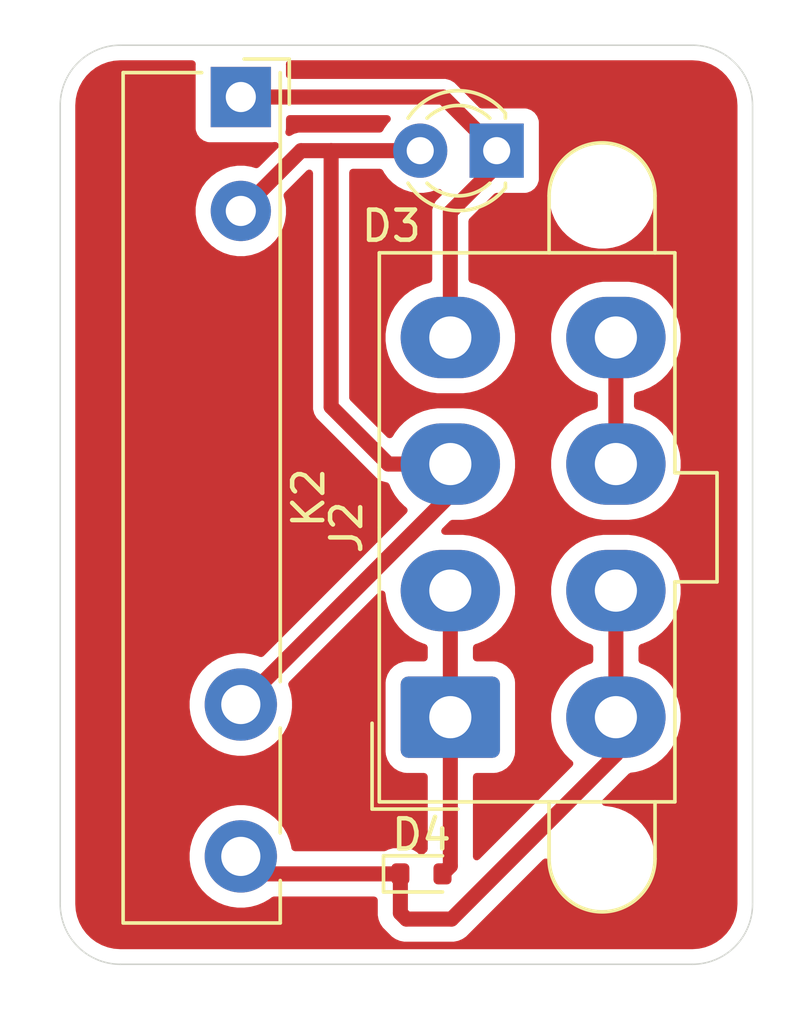
<source format=kicad_pcb>
(kicad_pcb (version 20241229) (generator "pcbnew") (generator_version "9.0")
  (layers (0 "F.Cu" signal) (2 "B.Cu" signal) (13 "F.Paste" user) (15 "B.Paste" user) (5 "F.SilkS" user "F.Silkscreen") (7 "B.SilkS" user "B.Silkscreen") (1 "F.Mask" user) (3 "B.Mask" user) (25 "Edge.Cuts" user))
  (net 0 "")
  (net 1 "Net-(D3-A)")
  (net 2 "Net-(D3-K)")
  (net 3 "Net-(D4-A)")
  (net 4 "Net-(D4-K)")
  (net 5 "Net-(J2-Pin_7)")
  (footprint "Connector_Molex:Molex_Mini-Fit_Jr_5566-08A2_2x04_P4.20mm_Vertical" (layer "F.Cu") (at 150.96 109.8 90)
    (property "Reference" "J2" (at 6.3 -3.45 90) (layer "F.SilkS"))
    (property "Value" "Conn_02x04_Top_Bottom")
    (fp_line (start -0.2 -2.6) (end -3.05 -2.6) (stroke (width 0.12)) (layer "F.SilkS"))
    (fp_line (start -3.05 -2.6) (end -3.05 0.25) (stroke (width 0.12)) (layer "F.SilkS"))
    (fp_line (start 15.41 -2.36) (end 15.41 7.46) (stroke (width 0.12)) (layer "F.SilkS"))
    (fp_line (start 6.3 -2.36) (end 15.41 -2.36) (stroke (width 0.12)) (layer "F.SilkS"))
    (fp_line (start 6.3 -2.36) (end -2.81 -2.36) (stroke (width 0.12)) (layer "F.SilkS"))
    (fp_line (start -2.81 -2.36) (end -2.81 7.46) (stroke (width 0.12)) (layer "F.SilkS"))
    (fp_line (start 17.3 3.28) (end 15.41 3.28) (stroke (width 0.12)) (layer "F.SilkS"))
    (fp_line (start -4.7 3.28) (end -2.81 3.28) (stroke (width 0.12)) (layer "F.SilkS"))
    (fp_line (start 17.3 6.8) (end 15.41 6.8) (stroke (width 0.12)) (layer "F.SilkS"))
    (fp_line (start -4.7 6.8) (end -2.81 6.8) (stroke (width 0.12)) (layer "F.SilkS"))
    (fp_line (start 15.41 7.46) (end 8.11 7.46) (stroke (width 0.12)) (layer "F.SilkS"))
    (fp_line (start 8.11 7.46) (end 8.11 8.86) (stroke (width 0.12)) (layer "F.SilkS"))
    (fp_line (start 4.49 7.46) (end 4.49 8.86) (stroke (width 0.12)) (layer "F.SilkS"))
    (fp_line (start -2.81 7.46) (end 4.49 7.46) (stroke (width 0.12)) (layer "F.SilkS"))
    (fp_line (start 8.11 8.86) (end 6.3 8.86) (stroke (width 0.12)) (layer "F.SilkS"))
    (fp_line (start 4.49 8.86) (end 6.3 8.86) (stroke (width 0.12)) (layer "F.SilkS"))
    (fp_arc (start 17.3 3.28) (mid 19.06 5.04) (end 17.3 6.8) (stroke (width 0.12)) (layer "F.SilkS"))
    (fp_arc (start -4.7 6.8) (mid -6.46 5.04) (end -4.7 3.28) (stroke (width 0.12)) (layer "F.SilkS"))
    (pad "" np_thru_hole circle (at -4.7 5.04 90) (size 3 3) (drill 3) (layers "*.Cu" "*.Mask"))
    (pad "" np_thru_hole circle (at 17.3 5.04 90) (size 3 3) (drill 3) (layers "*.Cu" "*.Mask"))
    (pad "1" thru_hole roundrect (at 0 0 90) (size 2.7 3.3) (drill 1.4) (layers "*.Cu" "*.Mask") (roundrect_rratio 0.092593) (net 3 "Net-(D4-A)"))
    (pad "2" thru_hole oval (at 4.2 0 90) (size 2.7 3.3) (drill 1.4) (layers "*.Cu" "*.Mask") (net 3 "Net-(D4-A)"))
    (pad "3" thru_hole oval (at 8.4 0 90) (size 2.7 3.3) (drill 1.4) (layers "*.Cu" "*.Mask") (net 1 "Net-(D3-A)"))
    (pad "4" thru_hole oval (at 12.6 0 90) (size 2.7 3.3) (drill 1.4) (layers "*.Cu" "*.Mask") (net 2 "Net-(D3-K)"))
    (pad "5" thru_hole oval (at 0 5.5 90) (size 2.7 3.3) (drill 1.4) (layers "*.Cu" "*.Mask") (net 4 "Net-(D4-K)"))
    (pad "6" thru_hole oval (at 4.2 5.5 90) (size 2.7 3.3) (drill 1.4) (layers "*.Cu" "*.Mask") (net 4 "Net-(D4-K)"))
    (pad "7" thru_hole oval (at 8.4 5.5 90) (size 2.7 3.3) (drill 1.4) (layers "*.Cu" "*.Mask") (net 5 "Net-(J2-Pin_7)"))
    (pad "8" thru_hole oval (at 12.6 5.5 90) (size 2.7 3.3) (drill 1.4) (layers "*.Cu" "*.Mask") (net 5 "Net-(J2-Pin_7)"))
  )
  (footprint "LED_THT:LED_D3.0mm" (layer "F.Cu") (at 152.5 91 180)
    (property "Reference" "D3" (at 3.5 -2.5 0) (layer "F.SilkS"))
    (property "Value" "LED")
    (fp_line (start -0.29 1.08) (end -0.29 1.236) (stroke (width 0.12)) (layer "F.SilkS"))
    (fp_line (start -0.29 -1.236) (end -0.29 -1.08) (stroke (width 0.12)) (layer "F.SilkS"))
    (fp_arc (start 2.941437 1.08) (mid 1.36566 1.987699) (end -0.29 1.235516) (stroke (width 0.12)) (layer "F.SilkS"))
    (fp_arc (start 2.310961 1.08) (mid 1.27 1.5) (end 0.229039 1.08) (stroke (width 0.12)) (layer "F.SilkS"))
    (fp_arc (start 0.229039 -1.08) (mid 1.27 -1.5) (end 2.310961 -1.08) (stroke (width 0.12)) (layer "F.SilkS"))
    (fp_arc (start -0.29 -1.235516) (mid 1.36566 -1.987699) (end 2.941437 -1.08) (stroke (width 0.12)) (layer "F.SilkS"))
    (pad "1" thru_hole rect (at 0 0 180) (size 1.8 1.8) (drill 0.9) (layers "*.Cu" "*.Mask") (net 2 "Net-(D3-K)"))
    (pad "2" thru_hole circle (at 2.54 0 180) (size 1.8 1.8) (drill 0.9) (layers "*.Cu" "*.Mask") (net 1 "Net-(D3-A)"))
  )
  (footprint "Relay_THT:Relay_SPST-NO_Fujitsu_FTR-LYAA005x_FormA_Vertical" (layer "F.Cu") (at 144 89.22 -90)
    (property "Reference" "K2" (at 13.3 -2.25 90) (layer "F.SilkS"))
    (property "Value" "Fujitsu_FTR-LYAA005x")
    (fp_line (start -0.81 3.91) (end 27.41 3.91) (stroke (width 0.12)) (layer "F.SilkS"))
    (fp_line (start -0.81 3.91) (end -0.81 1.3) (stroke (width 0.12)) (layer "F.SilkS"))
    (fp_line (start 27.41 3.91) (end 27.41 -1.31) (stroke (width 0.12)) (layer "F.SilkS"))
    (fp_line (start -1.26 -0.11) (end -1.26 -1.61) (stroke (width 0.12)) (layer "F.SilkS"))
    (fp_line (start 19.4 -1.31) (end -0.81 -1.31) (stroke (width 0.12)) (layer "F.SilkS"))
    (fp_line (start 20.94 -1.31) (end 24.42 -1.31) (stroke (width 0.12)) (layer "F.SilkS"))
    (fp_line (start 26 -1.31) (end 27.41 -1.31) (stroke (width 0.12)) (layer "F.SilkS"))
    (fp_line (start -1.26 -1.61) (end 0.24 -1.61) (stroke (width 0.12)) (layer "F.SilkS"))
    (pad "13" thru_hole circle (at 20.16 0 270) (size 2.4 2.4) (drill 1.3) (layers "*.Cu" "*.Mask") (net 1 "Net-(D3-A)"))
    (pad "14" thru_hole circle (at 25.2 0 270) (size 2.4 2.4) (drill 1.3) (layers "*.Cu" "*.Mask") (net 4 "Net-(D4-K)"))
    (pad "A1" thru_hole rect (at 0 0 270) (size 2 2) (drill 1) (layers "*.Cu" "*.Mask") (net 2 "Net-(D3-K)"))
    (pad "A2" thru_hole circle (at 3.78 0 270) (size 2 2) (drill 1) (layers "*.Cu" "*.Mask") (net 1 "Net-(D3-A)"))
  )
  (footprint "Diode_SMD:D_SOD-523" (layer "F.Cu") (at 150 115)
    (property "Reference" "D4" (at 0 -1.3 0) (layer "F.SilkS"))
    (property "Value" "1N4148WT")
    (fp_line (start -1.26 -0.6) (end -1.26 0.6) (stroke (width 0.12)) (layer "F.SilkS"))
    (fp_line (start 0.7 -0.6) (end -1.26 -0.6) (stroke (width 0.12)) (layer "F.SilkS"))
    (fp_line (start 0.7 0.6) (end -1.26 0.6) (stroke (width 0.12)) (layer "F.SilkS"))
    (pad "1" smd roundrect (at -0.7 0 180) (size 0.6 0.7) (layers "F.Cu" "F.Mask" "F.Paste") (net 4 "Net-(D4-K)"))
    (pad "2" smd roundrect (at 0.7 0 180) (size 0.6 0.7) (layers "F.Cu" "F.Mask" "F.Paste") (net 3 "Net-(D4-A)"))
  )
  (gr_arc (start 140 118) (mid 138.585786 117.414214) (end 138 116) (stroke (width 0.05)) (layer "Edge.Cuts"))
  (gr_line (start 161 89.5) (end 161 116) (stroke (width 0.05)) (layer "Edge.Cuts"))
  (gr_line (start 138 116) (end 138 89.5) (stroke (width 0.05)) (layer "Edge.Cuts"))
  (gr_arc (start 138 89.5) (mid 138.585786 88.085786) (end 140 87.5) (stroke (width 0.05)) (layer "Edge.Cuts"))
  (gr_arc (start 161 116) (mid 160.414214 117.414214) (end 159 118) (stroke (width 0.05)) (layer "Edge.Cuts"))
  (gr_line (start 140 87.5) (end 159 87.5) (stroke (width 0.05)) (layer "Edge.Cuts"))
  (gr_line (start 159 118) (end 140 118) (stroke (width 0.05)) (layer "Edge.Cuts"))
  (gr_arc (start 159 87.5) (mid 160.414214 88.085786) (end 161 89.5) (stroke (width 0.05)) (layer "Edge.Cuts"))
  (segment (start 147 91) (end 146 91) (width 0.5) (layer "F.Cu") (net 1))
  (segment (start 150.96 102.42) (end 150.96 101.4) (width 0.2) (layer "F.Cu") (net 1))
  (segment (start 146 91) (end 144 93) (width 0.5) (layer "F.Cu") (net 1))
  (segment (start 147 99.5) (end 147 91) (width 0.5) (layer "F.Cu") (net 1))
  (segment (start 148.9 101.4) (end 147 99.5) (width 0.5) (layer "F.Cu") (net 1))
  (segment (start 149.96 91) (end 147 91) (width 0.5) (layer "F.Cu") (net 1))
  (segment (start 144 109.38) (end 150.96 102.42) (width 0.5) (layer "F.Cu") (net 1))
  (segment (start 150.96 101.4) (end 148.9 101.4) (width 0.5) (layer "F.Cu") (net 1))
  (segment (start 150.72 89.22) (end 152.5 91) (width 0.5) (layer "F.Cu") (net 2))
  (segment (start 144 89.22) (end 150.72 89.22) (width 0.5) (layer "F.Cu") (net 2))
  (segment (start 150.96 93.04) (end 150.96 97.2) (width 0.5) (layer "F.Cu") (net 2))
  (segment (start 152.5 91) (end 152.5 91.5) (width 0.5) (layer "F.Cu") (net 2))
  (segment (start 152.5 91.5) (end 150.96 93.04) (width 0.5) (layer "F.Cu") (net 2))
  (segment (start 150.96 109.8) (end 150.96 114.74) (width 0.5) (layer "F.Cu") (net 3))
  (segment (start 150.96 114.74) (end 150.7 115) (width 0.5) (layer "F.Cu") (net 3))
  (segment (start 150.96 109.8) (end 150.96 105.6) (width 0.5) (layer "F.Cu") (net 3))
  (segment (start 156.46 109.8) (end 156.46 111.04) (width 0.5) (layer "F.Cu") (net 4))
  (segment (start 156.46 111.04) (end 151 116.5) (width 0.5) (layer "F.Cu") (net 4))
  (segment (start 149.3 115) (end 144.58 115) (width 0.5) (layer "F.Cu") (net 4))
  (segment (start 144.58 115) (end 144 114.42) (width 0.5) (layer "F.Cu") (net 4))
  (segment (start 151 116.5) (end 149.5 116.5) (width 0.5) (layer "F.Cu") (net 4))
  (segment (start 149.3 116.3) (end 149.3 115) (width 0.5) (layer "F.Cu") (net 4))
  (segment (start 156.46 105.6) (end 156.46 109.8) (width 0.5) (layer "F.Cu") (net 4))
  (segment (start 149.5 116.5) (end 149.3 116.3) (width 0.5) (layer "F.Cu") (net 4))
  (segment (start 156.46 101.4) (end 156.46 97.2) (width 0.5) (layer "F.Cu") (net 5))
  (zone (net 0) (net_name "") (layer "F.Cu") (connect_pads (clearance 0.5)) (min_thickness 0.25) (fill yes (thermal_gap 0.5) (thermal_bridge_width 0.5) (island_removal_mode 1) (island_area_min 10))
    (polygon (pts (xy 136 86) (xy 163 86.5) (xy 163 119.5) (xy 136 120)))
  )
)
</source>
